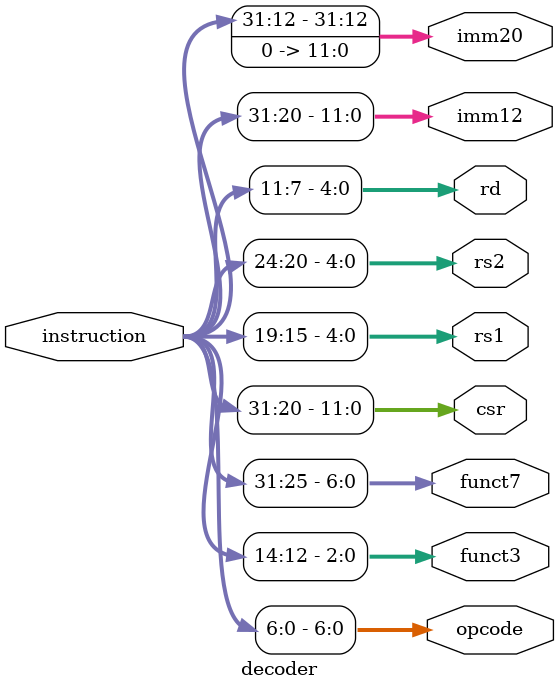
<source format=sv>
module decoder (
  input logic [31:0] instruction, 
  
  output logic [6:0] opcode,
  output logic [2:0] funct3, 
  output logic [6:0] funct7, 
  output logic [11:0] csr,
  output logic [4:0] rs1,
  output logic [4:0] rs2,
  output logic [4:0] rd,
  
  output logic [11:0] imm12,
  output logic [31:0] imm20
);
  assign opcode = instruction[6:0];
  assign funct3 = instruction[14:12];
  assign funct7 = instruction[31:25];
  assign csr = instruction[31:20];
  
  assign rs1 = instruction[19:15];
  assign rs2 = instruction[24:20];
  assign rd = instruction[11:7];
  
  assign imm12 = instruction[31:20]; // I-type immediate
  assign imm20 = {instruction[31:12], 12'b0}; // U-type immediate (pre-shifted)
  
endmodule

</source>
